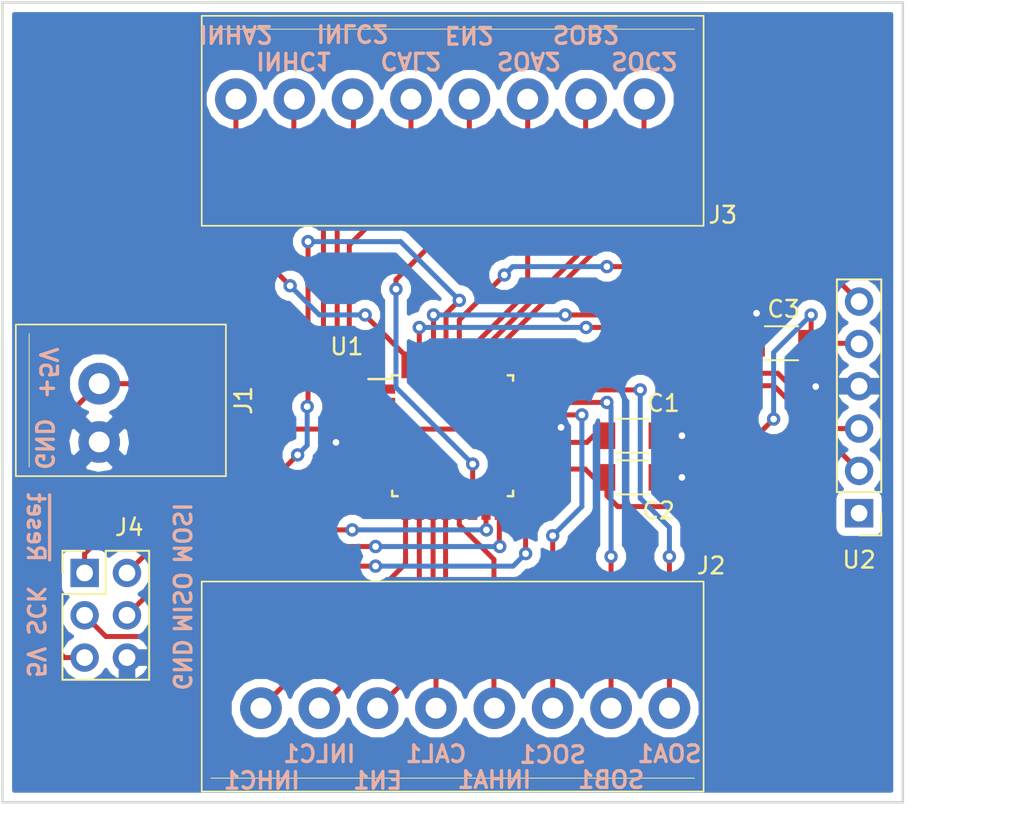
<source format=kicad_pcb>
(kicad_pcb (version 20171130) (host pcbnew "(5.0.1)-3")

  (general
    (thickness 1.6)
    (drawings 35)
    (tracks 190)
    (zones 0)
    (modules 9)
    (nets 32)
  )

  (page A4)
  (layers
    (0 F.Cu signal)
    (31 B.Cu signal hide)
    (32 B.Adhes user)
    (33 F.Adhes user)
    (34 B.Paste user)
    (35 F.Paste user)
    (36 B.SilkS user)
    (37 F.SilkS user)
    (38 B.Mask user)
    (39 F.Mask user)
    (40 Dwgs.User user)
    (41 Cmts.User user)
    (42 Eco1.User user)
    (43 Eco2.User user)
    (44 Edge.Cuts user)
    (45 Margin user)
    (46 B.CrtYd user)
    (47 F.CrtYd user)
    (48 B.Fab user hide)
    (49 F.Fab user hide)
  )

  (setup
    (last_trace_width 0.25)
    (user_trace_width 0.2)
    (user_trace_width 0.25)
    (user_trace_width 0.3)
    (user_trace_width 0.4)
    (user_trace_width 0.5)
    (trace_clearance 0.2)
    (zone_clearance 0.5)
    (zone_45_only no)
    (trace_min 0.2)
    (segment_width 0.2)
    (edge_width 0.15)
    (via_size 0.8)
    (via_drill 0.4)
    (via_min_size 0.4)
    (via_min_drill 0.3)
    (uvia_size 0.3)
    (uvia_drill 0.1)
    (uvias_allowed no)
    (uvia_min_size 0.2)
    (uvia_min_drill 0.1)
    (pcb_text_width 0.3)
    (pcb_text_size 1.5 1.5)
    (mod_edge_width 0.15)
    (mod_text_size 1 1)
    (mod_text_width 0.15)
    (pad_size 1.524 1.524)
    (pad_drill 0.762)
    (pad_to_mask_clearance 0.051)
    (solder_mask_min_width 0.25)
    (aux_axis_origin 0 0)
    (visible_elements 7FFDFFFF)
    (pcbplotparams
      (layerselection 0x010fc_ffffffff)
      (usegerberextensions true)
      (usegerberattributes false)
      (usegerberadvancedattributes false)
      (creategerberjobfile false)
      (excludeedgelayer true)
      (linewidth 0.100000)
      (plotframeref false)
      (viasonmask false)
      (mode 1)
      (useauxorigin false)
      (hpglpennumber 1)
      (hpglpenspeed 20)
      (hpglpendiameter 15.000000)
      (psnegative false)
      (psa4output false)
      (plotreference true)
      (plotvalue false)
      (plotinvisibletext false)
      (padsonsilk false)
      (subtractmaskfromsilk false)
      (outputformat 1)
      (mirror false)
      (drillshape 0)
      (scaleselection 1)
      (outputdirectory "GCEW Motor Controller MCU Gerbers/"))
  )

  (net 0 "")
  (net 1 INHA1)
  (net 2 INHC1)
  (net 3 INLC1)
  (net 4 CAL1)
  (net 5 SOC1)
  (net 6 SOB1)
  (net 7 SOA1)
  (net 8 ENABLE1)
  (net 9 ENABLE2)
  (net 10 SOA2)
  (net 11 SOB2)
  (net 12 SOC2)
  (net 13 CAL2)
  (net 14 INLC2)
  (net 15 INHC2)
  (net 16 INHA2)
  (net 17 GND)
  (net 18 +5V)
  (net 19 ~RESET)
  (net 20 SCK)
  (net 21 MISO)
  (net 22 MOSI)
  (net 23 "Net-(U2-Pad1)")
  (net 24 HC-05_RX)
  (net 25 HC-05_TX)
  (net 26 PC5)
  (net 27 "Net-(C1-Pad1)")
  (net 28 "Net-(U1-Pad19)")
  (net 29 "Net-(U1-Pad6)")
  (net 30 "Net-(U1-Pad8)")
  (net 31 "Net-(U1-Pad7)")

  (net_class Default "This is the default net class."
    (clearance 0.2)
    (trace_width 0.25)
    (via_dia 0.8)
    (via_drill 0.4)
    (uvia_dia 0.3)
    (uvia_drill 0.1)
    (add_net +5V)
    (add_net CAL1)
    (add_net CAL2)
    (add_net ENABLE1)
    (add_net ENABLE2)
    (add_net GND)
    (add_net HC-05_RX)
    (add_net HC-05_TX)
    (add_net INHA1)
    (add_net INHA2)
    (add_net INHC1)
    (add_net INHC2)
    (add_net INLC1)
    (add_net INLC2)
    (add_net MISO)
    (add_net MOSI)
    (add_net "Net-(C1-Pad1)")
    (add_net "Net-(U1-Pad19)")
    (add_net "Net-(U1-Pad6)")
    (add_net "Net-(U1-Pad7)")
    (add_net "Net-(U1-Pad8)")
    (add_net "Net-(U2-Pad1)")
    (add_net PC5)
    (add_net SCK)
    (add_net SOA1)
    (add_net SOA2)
    (add_net SOB1)
    (add_net SOB2)
    (add_net SOC1)
    (add_net SOC2)
    (add_net ~RESET)
  )

  (module Capacitors_SMD:C_1206 (layer F.Cu) (tedit 58AA84B8) (tstamp 5BDA115D)
    (at 176.25 93)
    (descr "Capacitor SMD 1206, reflow soldering, AVX (see smccp.pdf)")
    (tags "capacitor 1206")
    (path /5BD8CA9F)
    (attr smd)
    (fp_text reference C1 (at 1.9 -1.95) (layer F.SilkS)
      (effects (font (size 1 1) (thickness 0.15)))
    )
    (fp_text value 0.1uF (at 0 2) (layer F.Fab)
      (effects (font (size 1 1) (thickness 0.15)))
    )
    (fp_line (start 2.25 1.05) (end -2.25 1.05) (layer F.CrtYd) (width 0.05))
    (fp_line (start 2.25 1.05) (end 2.25 -1.05) (layer F.CrtYd) (width 0.05))
    (fp_line (start -2.25 -1.05) (end -2.25 1.05) (layer F.CrtYd) (width 0.05))
    (fp_line (start -2.25 -1.05) (end 2.25 -1.05) (layer F.CrtYd) (width 0.05))
    (fp_line (start -1 1.02) (end 1 1.02) (layer F.SilkS) (width 0.12))
    (fp_line (start 1 -1.02) (end -1 -1.02) (layer F.SilkS) (width 0.12))
    (fp_line (start -1.6 -0.8) (end 1.6 -0.8) (layer F.Fab) (width 0.1))
    (fp_line (start 1.6 -0.8) (end 1.6 0.8) (layer F.Fab) (width 0.1))
    (fp_line (start 1.6 0.8) (end -1.6 0.8) (layer F.Fab) (width 0.1))
    (fp_line (start -1.6 0.8) (end -1.6 -0.8) (layer F.Fab) (width 0.1))
    (fp_text user %R (at 0 -1.75) (layer F.Fab)
      (effects (font (size 1 1) (thickness 0.15)))
    )
    (pad 2 smd rect (at 1.5 0) (size 1 1.6) (layers F.Cu F.Paste F.Mask)
      (net 17 GND))
    (pad 1 smd rect (at -1.5 0) (size 1 1.6) (layers F.Cu F.Paste F.Mask)
      (net 27 "Net-(C1-Pad1)"))
    (model Capacitors_SMD.3dshapes/C_1206.wrl
      (at (xyz 0 0 0))
      (scale (xyz 1 1 1))
      (rotate (xyz 0 0 0))
    )
  )

  (module Pin_Headers:Pin_Header_Straight_2x03_Pitch2.54mm (layer F.Cu) (tedit 59650532) (tstamp 5BDBDB48)
    (at 143.425 101.235)
    (descr "Through hole straight pin header, 2x03, 2.54mm pitch, double rows")
    (tags "Through hole pin header THT 2x03 2.54mm double row")
    (path /5BD8E0CC)
    (fp_text reference J4 (at 2.675 -2.735) (layer F.SilkS)
      (effects (font (size 1 1) (thickness 0.15)))
    )
    (fp_text value Programmer (at 1.27 7.41) (layer F.Fab)
      (effects (font (size 1 1) (thickness 0.15)))
    )
    (fp_text user %R (at 1.27 2.54 90) (layer F.Fab)
      (effects (font (size 1 1) (thickness 0.15)))
    )
    (fp_line (start 4.35 -1.8) (end -1.8 -1.8) (layer F.CrtYd) (width 0.05))
    (fp_line (start 4.35 6.85) (end 4.35 -1.8) (layer F.CrtYd) (width 0.05))
    (fp_line (start -1.8 6.85) (end 4.35 6.85) (layer F.CrtYd) (width 0.05))
    (fp_line (start -1.8 -1.8) (end -1.8 6.85) (layer F.CrtYd) (width 0.05))
    (fp_line (start -1.33 -1.33) (end 0 -1.33) (layer F.SilkS) (width 0.12))
    (fp_line (start -1.33 0) (end -1.33 -1.33) (layer F.SilkS) (width 0.12))
    (fp_line (start 1.27 -1.33) (end 3.87 -1.33) (layer F.SilkS) (width 0.12))
    (fp_line (start 1.27 1.27) (end 1.27 -1.33) (layer F.SilkS) (width 0.12))
    (fp_line (start -1.33 1.27) (end 1.27 1.27) (layer F.SilkS) (width 0.12))
    (fp_line (start 3.87 -1.33) (end 3.87 6.41) (layer F.SilkS) (width 0.12))
    (fp_line (start -1.33 1.27) (end -1.33 6.41) (layer F.SilkS) (width 0.12))
    (fp_line (start -1.33 6.41) (end 3.87 6.41) (layer F.SilkS) (width 0.12))
    (fp_line (start -1.27 0) (end 0 -1.27) (layer F.Fab) (width 0.1))
    (fp_line (start -1.27 6.35) (end -1.27 0) (layer F.Fab) (width 0.1))
    (fp_line (start 3.81 6.35) (end -1.27 6.35) (layer F.Fab) (width 0.1))
    (fp_line (start 3.81 -1.27) (end 3.81 6.35) (layer F.Fab) (width 0.1))
    (fp_line (start 0 -1.27) (end 3.81 -1.27) (layer F.Fab) (width 0.1))
    (pad 6 thru_hole oval (at 2.54 5.08) (size 1.7 1.7) (drill 1) (layers *.Cu *.Mask)
      (net 17 GND))
    (pad 5 thru_hole oval (at 0 5.08) (size 1.7 1.7) (drill 1) (layers *.Cu *.Mask)
      (net 18 +5V))
    (pad 4 thru_hole oval (at 2.54 2.54) (size 1.7 1.7) (drill 1) (layers *.Cu *.Mask)
      (net 21 MISO))
    (pad 3 thru_hole oval (at 0 2.54) (size 1.7 1.7) (drill 1) (layers *.Cu *.Mask)
      (net 20 SCK))
    (pad 2 thru_hole oval (at 2.54 0) (size 1.7 1.7) (drill 1) (layers *.Cu *.Mask)
      (net 22 MOSI))
    (pad 1 thru_hole rect (at 0 0) (size 1.7 1.7) (drill 1) (layers *.Cu *.Mask)
      (net 19 ~RESET))
    (model ${KISYS3DMOD}/Pin_Headers.3dshapes/Pin_Header_Straight_2x03_Pitch2.54mm.wrl
      (at (xyz 0 0 0))
      (scale (xyz 1 1 1))
      (rotate (xyz 0 0 0))
    )
  )

  (module Pin_Headers:Pin_Header_Straight_1x06_Pitch2.54mm (layer F.Cu) (tedit 59650532) (tstamp 5BD87CDC)
    (at 189.875 97.65 180)
    (descr "Through hole straight pin header, 1x06, 2.54mm pitch, single row")
    (tags "Through hole pin header THT 1x06 2.54mm single row")
    (path /5BD8C46F)
    (fp_text reference U2 (at 0 -2.8 180) (layer F.SilkS)
      (effects (font (size 1 1) (thickness 0.15)))
    )
    (fp_text value HC-05_BluetoothModule (at 0 15.03 180) (layer F.Fab)
      (effects (font (size 1 1) (thickness 0.15)))
    )
    (fp_line (start -0.635 -1.27) (end 1.27 -1.27) (layer F.Fab) (width 0.1))
    (fp_line (start 1.27 -1.27) (end 1.27 13.97) (layer F.Fab) (width 0.1))
    (fp_line (start 1.27 13.97) (end -1.27 13.97) (layer F.Fab) (width 0.1))
    (fp_line (start -1.27 13.97) (end -1.27 -0.635) (layer F.Fab) (width 0.1))
    (fp_line (start -1.27 -0.635) (end -0.635 -1.27) (layer F.Fab) (width 0.1))
    (fp_line (start -1.33 14.03) (end 1.33 14.03) (layer F.SilkS) (width 0.12))
    (fp_line (start -1.33 1.27) (end -1.33 14.03) (layer F.SilkS) (width 0.12))
    (fp_line (start 1.33 1.27) (end 1.33 14.03) (layer F.SilkS) (width 0.12))
    (fp_line (start -1.33 1.27) (end 1.33 1.27) (layer F.SilkS) (width 0.12))
    (fp_line (start -1.33 0) (end -1.33 -1.33) (layer F.SilkS) (width 0.12))
    (fp_line (start -1.33 -1.33) (end 0 -1.33) (layer F.SilkS) (width 0.12))
    (fp_line (start -1.8 -1.8) (end -1.8 14.5) (layer F.CrtYd) (width 0.05))
    (fp_line (start -1.8 14.5) (end 1.8 14.5) (layer F.CrtYd) (width 0.05))
    (fp_line (start 1.8 14.5) (end 1.8 -1.8) (layer F.CrtYd) (width 0.05))
    (fp_line (start 1.8 -1.8) (end -1.8 -1.8) (layer F.CrtYd) (width 0.05))
    (fp_text user %R (at 0 6.35 270) (layer F.Fab)
      (effects (font (size 1 1) (thickness 0.15)))
    )
    (pad 1 thru_hole rect (at 0 0 180) (size 1.7 1.7) (drill 1) (layers *.Cu *.Mask)
      (net 23 "Net-(U2-Pad1)"))
    (pad 2 thru_hole oval (at 0 2.54 180) (size 1.7 1.7) (drill 1) (layers *.Cu *.Mask)
      (net 24 HC-05_RX))
    (pad 3 thru_hole oval (at 0 5.08 180) (size 1.7 1.7) (drill 1) (layers *.Cu *.Mask)
      (net 25 HC-05_TX))
    (pad 4 thru_hole oval (at 0 7.62 180) (size 1.7 1.7) (drill 1) (layers *.Cu *.Mask)
      (net 17 GND))
    (pad 5 thru_hole oval (at 0 10.16 180) (size 1.7 1.7) (drill 1) (layers *.Cu *.Mask)
      (net 18 +5V))
    (pad 6 thru_hole oval (at 0 12.7 180) (size 1.7 1.7) (drill 1) (layers *.Cu *.Mask)
      (net 26 PC5))
    (model ${KISYS3DMOD}/Pin_Headers.3dshapes/Pin_Header_Straight_1x06_Pitch2.54mm.wrl
      (at (xyz 0 0 0))
      (scale (xyz 1 1 1))
      (rotate (xyz 0 0 0))
    )
  )

  (module Capacitors_SMD:C_1206 (layer F.Cu) (tedit 58AA84B8) (tstamp 5BDBDDC3)
    (at 185.225 87.45 180)
    (descr "Capacitor SMD 1206, reflow soldering, AVX (see smccp.pdf)")
    (tags "capacitor 1206")
    (path /5BD8C64F)
    (attr smd)
    (fp_text reference C3 (at -0.125 2.05 180) (layer F.SilkS)
      (effects (font (size 1 1) (thickness 0.15)))
    )
    (fp_text value 0.1uF (at 0 2 180) (layer F.Fab)
      (effects (font (size 1 1) (thickness 0.15)))
    )
    (fp_line (start 2.25 1.05) (end -2.25 1.05) (layer F.CrtYd) (width 0.05))
    (fp_line (start 2.25 1.05) (end 2.25 -1.05) (layer F.CrtYd) (width 0.05))
    (fp_line (start -2.25 -1.05) (end -2.25 1.05) (layer F.CrtYd) (width 0.05))
    (fp_line (start -2.25 -1.05) (end 2.25 -1.05) (layer F.CrtYd) (width 0.05))
    (fp_line (start -1 1.02) (end 1 1.02) (layer F.SilkS) (width 0.12))
    (fp_line (start 1 -1.02) (end -1 -1.02) (layer F.SilkS) (width 0.12))
    (fp_line (start -1.6 -0.8) (end 1.6 -0.8) (layer F.Fab) (width 0.1))
    (fp_line (start 1.6 -0.8) (end 1.6 0.8) (layer F.Fab) (width 0.1))
    (fp_line (start 1.6 0.8) (end -1.6 0.8) (layer F.Fab) (width 0.1))
    (fp_line (start -1.6 0.8) (end -1.6 -0.8) (layer F.Fab) (width 0.1))
    (fp_text user %R (at 0 -1.75 180) (layer F.Fab)
      (effects (font (size 1 1) (thickness 0.15)))
    )
    (pad 2 smd rect (at 1.5 0 180) (size 1 1.6) (layers F.Cu F.Paste F.Mask)
      (net 17 GND))
    (pad 1 smd rect (at -1.5 0 180) (size 1 1.6) (layers F.Cu F.Paste F.Mask)
      (net 18 +5V))
    (model Capacitors_SMD.3dshapes/C_1206.wrl
      (at (xyz 0 0 0))
      (scale (xyz 1 1 1))
      (rotate (xyz 0 0 0))
    )
  )

  (module Capacitors_SMD:C_1206 (layer F.Cu) (tedit 58AA84B8) (tstamp 5BDA116E)
    (at 176.25 95.5 180)
    (descr "Capacitor SMD 1206, reflow soldering, AVX (see smccp.pdf)")
    (tags "capacitor 1206")
    (path /5BD8C8F6)
    (attr smd)
    (fp_text reference C2 (at -1.6 -2 180) (layer F.SilkS)
      (effects (font (size 1 1) (thickness 0.15)))
    )
    (fp_text value 0.1uF (at 0 2 180) (layer F.Fab)
      (effects (font (size 1 1) (thickness 0.15)))
    )
    (fp_text user %R (at 0 -1.75 180) (layer F.Fab)
      (effects (font (size 1 1) (thickness 0.15)))
    )
    (fp_line (start -1.6 0.8) (end -1.6 -0.8) (layer F.Fab) (width 0.1))
    (fp_line (start 1.6 0.8) (end -1.6 0.8) (layer F.Fab) (width 0.1))
    (fp_line (start 1.6 -0.8) (end 1.6 0.8) (layer F.Fab) (width 0.1))
    (fp_line (start -1.6 -0.8) (end 1.6 -0.8) (layer F.Fab) (width 0.1))
    (fp_line (start 1 -1.02) (end -1 -1.02) (layer F.SilkS) (width 0.12))
    (fp_line (start -1 1.02) (end 1 1.02) (layer F.SilkS) (width 0.12))
    (fp_line (start -2.25 -1.05) (end 2.25 -1.05) (layer F.CrtYd) (width 0.05))
    (fp_line (start -2.25 -1.05) (end -2.25 1.05) (layer F.CrtYd) (width 0.05))
    (fp_line (start 2.25 1.05) (end 2.25 -1.05) (layer F.CrtYd) (width 0.05))
    (fp_line (start 2.25 1.05) (end -2.25 1.05) (layer F.CrtYd) (width 0.05))
    (pad 1 smd rect (at -1.5 0 180) (size 1 1.6) (layers F.Cu F.Paste F.Mask)
      (net 17 GND))
    (pad 2 smd rect (at 1.5 0 180) (size 1 1.6) (layers F.Cu F.Paste F.Mask)
      (net 18 +5V))
    (model Capacitors_SMD.3dshapes/C_1206.wrl
      (at (xyz 0 0 0))
      (scale (xyz 1 1 1))
      (rotate (xyz 0 0 0))
    )
  )

  (module Housings_QFP:TQFP-32_7x7mm_Pitch0.8mm (layer F.Cu) (tedit 58CC9A48) (tstamp 5BDA114C)
    (at 165.5 93)
    (descr "32-Lead Plastic Thin Quad Flatpack (PT) - 7x7x1.0 mm Body, 2.00 mm [TQFP] (see Microchip Packaging Specification 00000049BS.pdf)")
    (tags "QFP 0.8")
    (path /5BD8C7F2)
    (attr smd)
    (fp_text reference U1 (at -6.35 -5.35) (layer F.SilkS)
      (effects (font (size 1 1) (thickness 0.15)))
    )
    (fp_text value ATmega328PB-AU (at 0 6.05) (layer F.Fab)
      (effects (font (size 1 1) (thickness 0.15)))
    )
    (fp_line (start -3.625 -3.4) (end -5.05 -3.4) (layer F.SilkS) (width 0.15))
    (fp_line (start 3.625 -3.625) (end 3.3 -3.625) (layer F.SilkS) (width 0.15))
    (fp_line (start 3.625 3.625) (end 3.3 3.625) (layer F.SilkS) (width 0.15))
    (fp_line (start -3.625 3.625) (end -3.3 3.625) (layer F.SilkS) (width 0.15))
    (fp_line (start -3.625 -3.625) (end -3.3 -3.625) (layer F.SilkS) (width 0.15))
    (fp_line (start -3.625 3.625) (end -3.625 3.3) (layer F.SilkS) (width 0.15))
    (fp_line (start 3.625 3.625) (end 3.625 3.3) (layer F.SilkS) (width 0.15))
    (fp_line (start 3.625 -3.625) (end 3.625 -3.3) (layer F.SilkS) (width 0.15))
    (fp_line (start -3.625 -3.625) (end -3.625 -3.4) (layer F.SilkS) (width 0.15))
    (fp_line (start -5.3 5.3) (end 5.3 5.3) (layer F.CrtYd) (width 0.05))
    (fp_line (start -5.3 -5.3) (end 5.3 -5.3) (layer F.CrtYd) (width 0.05))
    (fp_line (start 5.3 -5.3) (end 5.3 5.3) (layer F.CrtYd) (width 0.05))
    (fp_line (start -5.3 -5.3) (end -5.3 5.3) (layer F.CrtYd) (width 0.05))
    (fp_line (start -3.5 -2.5) (end -2.5 -3.5) (layer F.Fab) (width 0.15))
    (fp_line (start -3.5 3.5) (end -3.5 -2.5) (layer F.Fab) (width 0.15))
    (fp_line (start 3.5 3.5) (end -3.5 3.5) (layer F.Fab) (width 0.15))
    (fp_line (start 3.5 -3.5) (end 3.5 3.5) (layer F.Fab) (width 0.15))
    (fp_line (start -2.5 -3.5) (end 3.5 -3.5) (layer F.Fab) (width 0.15))
    (fp_text user %R (at 0 0) (layer F.Fab)
      (effects (font (size 1 1) (thickness 0.15)))
    )
    (pad 32 smd rect (at -2.8 -4.25 90) (size 1.6 0.55) (layers F.Cu F.Paste F.Mask)
      (net 16 INHA2))
    (pad 31 smd rect (at -2 -4.25 90) (size 1.6 0.55) (layers F.Cu F.Paste F.Mask)
      (net 24 HC-05_RX))
    (pad 30 smd rect (at -1.2 -4.25 90) (size 1.6 0.55) (layers F.Cu F.Paste F.Mask)
      (net 25 HC-05_TX))
    (pad 29 smd rect (at -0.4 -4.25 90) (size 1.6 0.55) (layers F.Cu F.Paste F.Mask)
      (net 19 ~RESET))
    (pad 28 smd rect (at 0.4 -4.25 90) (size 1.6 0.55) (layers F.Cu F.Paste F.Mask)
      (net 26 PC5))
    (pad 27 smd rect (at 1.2 -4.25 90) (size 1.6 0.55) (layers F.Cu F.Paste F.Mask)
      (net 10 SOA2))
    (pad 26 smd rect (at 2 -4.25 90) (size 1.6 0.55) (layers F.Cu F.Paste F.Mask)
      (net 11 SOB2))
    (pad 25 smd rect (at 2.8 -4.25 90) (size 1.6 0.55) (layers F.Cu F.Paste F.Mask)
      (net 12 SOC2))
    (pad 24 smd rect (at 4.25 -2.8) (size 1.6 0.55) (layers F.Cu F.Paste F.Mask)
      (net 7 SOA1))
    (pad 23 smd rect (at 4.25 -2) (size 1.6 0.55) (layers F.Cu F.Paste F.Mask)
      (net 6 SOB1))
    (pad 22 smd rect (at 4.25 -1.2) (size 1.6 0.55) (layers F.Cu F.Paste F.Mask)
      (net 5 SOC1))
    (pad 21 smd rect (at 4.25 -0.4) (size 1.6 0.55) (layers F.Cu F.Paste F.Mask)
      (net 17 GND))
    (pad 20 smd rect (at 4.25 0.4) (size 1.6 0.55) (layers F.Cu F.Paste F.Mask)
      (net 27 "Net-(C1-Pad1)"))
    (pad 19 smd rect (at 4.25 1.2) (size 1.6 0.55) (layers F.Cu F.Paste F.Mask)
      (net 28 "Net-(U1-Pad19)"))
    (pad 18 smd rect (at 4.25 2) (size 1.6 0.55) (layers F.Cu F.Paste F.Mask)
      (net 18 +5V))
    (pad 17 smd rect (at 4.25 2.8) (size 1.6 0.55) (layers F.Cu F.Paste F.Mask)
      (net 20 SCK))
    (pad 16 smd rect (at 2.8 4.25 90) (size 1.6 0.55) (layers F.Cu F.Paste F.Mask)
      (net 21 MISO))
    (pad 15 smd rect (at 2 4.25 90) (size 1.6 0.55) (layers F.Cu F.Paste F.Mask)
      (net 22 MOSI))
    (pad 14 smd rect (at 1.2 4.25 90) (size 1.6 0.55) (layers F.Cu F.Paste F.Mask)
      (net 9 ENABLE2))
    (pad 13 smd rect (at 0.4 4.25 90) (size 1.6 0.55) (layers F.Cu F.Paste F.Mask)
      (net 1 INHA1))
    (pad 12 smd rect (at -0.4 4.25 90) (size 1.6 0.55) (layers F.Cu F.Paste F.Mask)
      (net 4 CAL1))
    (pad 11 smd rect (at -1.2 4.25 90) (size 1.6 0.55) (layers F.Cu F.Paste F.Mask)
      (net 8 ENABLE1))
    (pad 10 smd rect (at -2 4.25 90) (size 1.6 0.55) (layers F.Cu F.Paste F.Mask)
      (net 3 INLC1))
    (pad 9 smd rect (at -2.8 4.25 90) (size 1.6 0.55) (layers F.Cu F.Paste F.Mask)
      (net 2 INHC1))
    (pad 8 smd rect (at -4.25 2.8) (size 1.6 0.55) (layers F.Cu F.Paste F.Mask)
      (net 30 "Net-(U1-Pad8)"))
    (pad 7 smd rect (at -4.25 2) (size 1.6 0.55) (layers F.Cu F.Paste F.Mask)
      (net 31 "Net-(U1-Pad7)"))
    (pad 6 smd rect (at -4.25 1.2) (size 1.6 0.55) (layers F.Cu F.Paste F.Mask)
      (net 29 "Net-(U1-Pad6)"))
    (pad 5 smd rect (at -4.25 0.4) (size 1.6 0.55) (layers F.Cu F.Paste F.Mask)
      (net 17 GND))
    (pad 4 smd rect (at -4.25 -0.4) (size 1.6 0.55) (layers F.Cu F.Paste F.Mask)
      (net 18 +5V))
    (pad 3 smd rect (at -4.25 -1.2) (size 1.6 0.55) (layers F.Cu F.Paste F.Mask)
      (net 15 INHC2))
    (pad 2 smd rect (at -4.25 -2) (size 1.6 0.55) (layers F.Cu F.Paste F.Mask)
      (net 14 INLC2))
    (pad 1 smd rect (at -4.25 -2.8) (size 1.6 0.55) (layers F.Cu F.Paste F.Mask)
      (net 13 CAL2))
    (model ${KISYS3DMOD}/Housings_QFP.3dshapes/TQFP-32_7x7mm_Pitch0.8mm.wrl
      (at (xyz 0 0 0))
      (scale (xyz 1 1 1))
      (rotate (xyz 0 0 0))
    )
  )

  (module myLib:PhoenixContact_1984963_2-Pin-Connector_8A_P3.5mm (layer F.Cu) (tedit 5BD13F6E) (tstamp 5BDA1047)
    (at 145.6 90.875 270)
    (path /5BD928C9)
    (fp_text reference J1 (at 0 -7.35 270) (layer F.SilkS)
      (effects (font (size 1 1) (thickness 0.15)))
    )
    (fp_text value "POWER IN" (at 0 -10 270) (layer F.Fab)
      (effects (font (size 1 1) (thickness 0.15)))
    )
    (fp_line (start 4.25 0) (end 4.25 -6) (layer F.Fab) (width 0.1))
    (fp_line (start 4.25 -6) (end 0 -6) (layer F.Fab) (width 0.1))
    (fp_line (start 0 -6) (end -4.25 -6) (layer F.Fab) (width 0.1))
    (fp_line (start -4.25 -6) (end -4.25 0) (layer F.Fab) (width 0.1))
    (fp_line (start -4.25 0) (end -4.25 6) (layer F.Fab) (width 0.1))
    (fp_line (start -4.25 6) (end 4.25 6) (layer F.Fab) (width 0.1))
    (fp_line (start 4.25 6) (end 4.25 0) (layer F.Fab) (width 0.1))
    (fp_line (start 4.55 -6.3) (end -4.55 -6.3) (layer F.SilkS) (width 0.1))
    (fp_line (start -4.55 -6.3) (end -4.55 6.3) (layer F.SilkS) (width 0.1))
    (fp_line (start -4.55 6.3) (end 4.55 6.3) (layer F.SilkS) (width 0.1))
    (fp_line (start 4.55 6.3) (end 4.55 -6.3) (layer F.SilkS) (width 0.1))
    (fp_line (start 4.5 -6.25) (end -4.5 -6.25) (layer F.CrtYd) (width 0.05))
    (fp_line (start -4.5 -6.25) (end -4.5 6.25) (layer F.CrtYd) (width 0.05))
    (fp_line (start -4.5 6.25) (end 4.5 6.25) (layer F.CrtYd) (width 0.05))
    (fp_line (start 4.5 6.25) (end 4.5 -6.25) (layer F.CrtYd) (width 0.05))
    (fp_text user %R (at 0 -1 270) (layer F.Fab)
      (effects (font (size 1 1) (thickness 0.15)))
    )
    (fp_line (start 4 5.5) (end -4 5.5) (layer F.SilkS) (width 0.05))
    (pad 2 thru_hole circle (at 2.5 1.3 270) (size 2.5 2.5) (drill 1.25) (layers *.Cu *.Mask)
      (net 17 GND))
    (pad 1 thru_hole circle (at -1 1.3 270) (size 2.5 2.5) (drill 1.25) (layers *.Cu *.Mask)
      (net 18 +5V))
    (model ${KISYS3DMOD}/Terminal_Blocks.3dshapes/TerminalBlock_Pheonix_PT-3.5mm_2pol.wrl
      (offset (xyz -1 -1.25 0))
      (scale (xyz 1 1 1))
      (rotate (xyz 0 0 0))
    )
  )

  (module myLib:PhoenixContact_1985027_8-Pin-Connector_8A_P3.5mm (layer F.Cu) (tedit 5BD13F0E) (tstamp 5BDB058C)
    (at 165.5 74.1 180)
    (path /5BD8C31D)
    (fp_text reference J3 (at -16.2 -5.65 180) (layer F.SilkS)
      (effects (font (size 1 1) (thickness 0.15)))
    )
    (fp_text value MC1 (at 0 -11 180) (layer F.Fab)
      (effects (font (size 1 1) (thickness 0.15)))
    )
    (fp_line (start 14.5 5.5) (end -14.5 5.5) (layer F.SilkS) (width 0.05))
    (fp_line (start 15 6.25) (end 15 -6.25) (layer F.CrtYd) (width 0.05))
    (fp_line (start -15 6.25) (end 15 6.25) (layer F.CrtYd) (width 0.05))
    (fp_line (start -15 -6.25) (end -15 6.25) (layer F.CrtYd) (width 0.05))
    (fp_line (start 15 -6.25) (end -15 -6.25) (layer F.CrtYd) (width 0.05))
    (fp_text user %R (at 0 -1.5 180) (layer F.Fab)
      (effects (font (size 1 1) (thickness 0.15)))
    )
    (fp_line (start 15.05 6.3) (end 15.05 -6.3) (layer F.SilkS) (width 0.1))
    (fp_line (start -15.05 6.3) (end 15.05 6.3) (layer F.SilkS) (width 0.1))
    (fp_line (start -15.05 -6.3) (end -15.05 6.3) (layer F.SilkS) (width 0.1))
    (fp_line (start 15.05 -6.3) (end -15.05 -6.3) (layer F.SilkS) (width 0.1))
    (fp_line (start 14.75 6) (end 14.75 0) (layer F.Fab) (width 0.1))
    (fp_line (start -14.75 6) (end 14.75 6) (layer F.Fab) (width 0.1))
    (fp_line (start -14.75 -6) (end -14.75 6) (layer F.Fab) (width 0.1))
    (fp_line (start 14.75 -6) (end -14.75 -6) (layer F.Fab) (width 0.1))
    (fp_line (start 14.75 0) (end 14.75 -6) (layer F.Fab) (width 0.1))
    (pad 1 thru_hole circle (at -11.5 1.3 180) (size 2.5 2.5) (drill 1.25) (layers *.Cu *.Mask)
      (net 12 SOC2))
    (pad 2 thru_hole circle (at -8 1.3 180) (size 2.5 2.5) (drill 1.25) (layers *.Cu *.Mask)
      (net 11 SOB2))
    (pad 3 thru_hole circle (at -4.5 1.3 180) (size 2.5 2.5) (drill 1.25) (layers *.Cu *.Mask)
      (net 10 SOA2))
    (pad 4 thru_hole circle (at -1 1.3 180) (size 2.5 2.5) (drill 1.25) (layers *.Cu *.Mask)
      (net 9 ENABLE2))
    (pad 5 thru_hole circle (at 2.5 1.3 180) (size 2.5 2.5) (drill 1.25) (layers *.Cu *.Mask)
      (net 13 CAL2))
    (pad 6 thru_hole circle (at 6 1.3 180) (size 2.5 2.5) (drill 1.25) (layers *.Cu *.Mask)
      (net 14 INLC2))
    (pad 7 thru_hole circle (at 9.5 1.3 180) (size 2.5 2.5) (drill 1.25) (layers *.Cu *.Mask)
      (net 15 INHC2))
    (pad 8 thru_hole circle (at 13 1.3 180) (size 2.5 2.5) (drill 1.25) (layers *.Cu *.Mask)
      (net 16 INHA2))
    (model ${KISYS3DMOD}/Terminal_Blocks.3dshapes/TerminalBlock_Pheonix_PT-3.5mm_8pol.wrl
      (offset (xyz -11.5 -1.25 0))
      (scale (xyz 1 1 1))
      (rotate (xyz 0 0 0))
    )
  )

  (module myLib:PhoenixContact_1985027_8-Pin-Connector_8A_P3.5mm (layer F.Cu) (tedit 5BD13F0E) (tstamp 5BDA1015)
    (at 165.5 108.05)
    (path /5BD8C2B3)
    (fp_text reference J2 (at 15.5 -7.25) (layer F.SilkS)
      (effects (font (size 1 1) (thickness 0.15)))
    )
    (fp_text value MC2 (at 0 -11) (layer F.Fab)
      (effects (font (size 1 1) (thickness 0.15)))
    )
    (fp_line (start 14.75 0) (end 14.75 -6) (layer F.Fab) (width 0.1))
    (fp_line (start 14.75 -6) (end -14.75 -6) (layer F.Fab) (width 0.1))
    (fp_line (start -14.75 -6) (end -14.75 6) (layer F.Fab) (width 0.1))
    (fp_line (start -14.75 6) (end 14.75 6) (layer F.Fab) (width 0.1))
    (fp_line (start 14.75 6) (end 14.75 0) (layer F.Fab) (width 0.1))
    (fp_line (start 15.05 -6.3) (end -15.05 -6.3) (layer F.SilkS) (width 0.1))
    (fp_line (start -15.05 -6.3) (end -15.05 6.3) (layer F.SilkS) (width 0.1))
    (fp_line (start -15.05 6.3) (end 15.05 6.3) (layer F.SilkS) (width 0.1))
    (fp_line (start 15.05 6.3) (end 15.05 -6.3) (layer F.SilkS) (width 0.1))
    (fp_text user %R (at 0 -1.5) (layer F.Fab)
      (effects (font (size 1 1) (thickness 0.15)))
    )
    (fp_line (start 15 -6.25) (end -15 -6.25) (layer F.CrtYd) (width 0.05))
    (fp_line (start -15 -6.25) (end -15 6.25) (layer F.CrtYd) (width 0.05))
    (fp_line (start -15 6.25) (end 15 6.25) (layer F.CrtYd) (width 0.05))
    (fp_line (start 15 6.25) (end 15 -6.25) (layer F.CrtYd) (width 0.05))
    (fp_line (start 14.5 5.5) (end -14.5 5.5) (layer F.SilkS) (width 0.05))
    (pad 8 thru_hole circle (at 13 1.3) (size 2.5 2.5) (drill 1.25) (layers *.Cu *.Mask)
      (net 7 SOA1))
    (pad 7 thru_hole circle (at 9.5 1.3) (size 2.5 2.5) (drill 1.25) (layers *.Cu *.Mask)
      (net 6 SOB1))
    (pad 6 thru_hole circle (at 6 1.3) (size 2.5 2.5) (drill 1.25) (layers *.Cu *.Mask)
      (net 5 SOC1))
    (pad 5 thru_hole circle (at 2.5 1.3) (size 2.5 2.5) (drill 1.25) (layers *.Cu *.Mask)
      (net 1 INHA1))
    (pad 4 thru_hole circle (at -1 1.3) (size 2.5 2.5) (drill 1.25) (layers *.Cu *.Mask)
      (net 4 CAL1))
    (pad 3 thru_hole circle (at -4.5 1.3) (size 2.5 2.5) (drill 1.25) (layers *.Cu *.Mask)
      (net 8 ENABLE1))
    (pad 2 thru_hole circle (at -8 1.3) (size 2.5 2.5) (drill 1.25) (layers *.Cu *.Mask)
      (net 3 INLC1))
    (pad 1 thru_hole circle (at -11.5 1.3) (size 2.5 2.5) (drill 1.25) (layers *.Cu *.Mask)
      (net 2 INHC1))
    (model ${KISYS3DMOD}/Terminal_Blocks.3dshapes/TerminalBlock_Pheonix_PT-3.5mm_8pol.wrl
      (offset (xyz -11.5 -1.25 0))
      (scale (xyz 1 1 1))
      (rotate (xyz 0 0 0))
    )
  )

  (gr_text GND (at 141 93.5 270) (layer B.SilkS) (tstamp 5BD8A3DD)
    (effects (font (size 1 1) (thickness 0.2)) (justify mirror))
  )
  (gr_text +5V (at 141.25 89.25 270) (layer B.SilkS) (tstamp 5BD8A276)
    (effects (font (size 1 1) (thickness 0.2)) (justify mirror))
  )
  (gr_text INHC1 (at 156 70.5 180) (layer B.SilkS) (tstamp 5BD8A276)
    (effects (font (size 1 1) (thickness 0.2)) (justify mirror))
  )
  (gr_text INLC2 (at 159.5 68.85 180) (layer B.SilkS) (tstamp 5BD8A264)
    (effects (font (size 1 1) (thickness 0.2)) (justify mirror))
  )
  (gr_text EN2 (at 166.5 68.95 180) (layer B.SilkS) (tstamp 5BD8A255)
    (effects (font (size 1 1) (thickness 0.2)) (justify mirror))
  )
  (gr_text CAL2 (at 163 70.5 180) (layer B.SilkS) (tstamp 5BD8A236)
    (effects (font (size 1 1) (thickness 0.2)) (justify mirror))
  )
  (gr_text INHA2 (at 152.5 68.9 180) (layer B.SilkS) (tstamp 5BD8A225)
    (effects (font (size 1 1) (thickness 0.2)) (justify mirror))
  )
  (gr_text SOC2 (at 177 70.5 180) (layer B.SilkS) (tstamp 5BD8A20F)
    (effects (font (size 1 1) (thickness 0.2)) (justify mirror))
  )
  (gr_text SOB2 (at 173.5 68.9 180) (layer B.SilkS) (tstamp 5BD8A1F5)
    (effects (font (size 1 1) (thickness 0.2)) (justify mirror))
  )
  (gr_text SOA2 (at 170.075 70.5 180) (layer B.SilkS) (tstamp 5BD8A170)
    (effects (font (size 1 1) (thickness 0.2)) (justify mirror))
  )
  (gr_text MOSI (at 149.25 98.85 270) (layer B.SilkS) (tstamp 5BD89507)
    (effects (font (size 1 1) (thickness 0.2)) (justify mirror))
  )
  (gr_text MISO (at 149.25 103 270) (layer B.SilkS) (tstamp 5BD8951C)
    (effects (font (size 1 1) (thickness 0.2)) (justify mirror))
  )
  (gr_text ~Reset (at 140.5 98.5 270) (layer B.SilkS) (tstamp 5BD89510)
    (effects (font (size 1 1) (thickness 0.2)) (justify mirror))
  )
  (gr_text SCK (at 140.5 103.5 270) (layer B.SilkS) (tstamp 5BD89507)
    (effects (font (size 1 1) (thickness 0.2)) (justify mirror))
  )
  (gr_text 5V (at 140.5 106.6 270) (layer B.SilkS) (tstamp 5BD89412)
    (effects (font (size 1 1) (thickness 0.2)) (justify mirror))
  )
  (gr_text GND (at 149.25 106.75 270) (layer B.SilkS) (tstamp 5BD89406)
    (effects (font (size 1 1) (thickness 0.2)) (justify mirror))
  )
  (gr_text INHC1 (at 154.05 113.7) (layer B.SilkS) (tstamp 5BD893AE)
    (effects (font (size 1 1) (thickness 0.2)) (justify mirror))
  )
  (gr_text INLC1 (at 157.5 112.1) (layer B.SilkS) (tstamp 5BD893AE)
    (effects (font (size 1 1) (thickness 0.2)) (justify mirror))
  )
  (gr_text EN1 (at 161 113.7) (layer B.SilkS) (tstamp 5BD893AE)
    (effects (font (size 1 1) (thickness 0.2)) (justify mirror))
  )
  (gr_text CAL1 (at 164.5 112.1) (layer B.SilkS) (tstamp 5BD893AE)
    (effects (font (size 1 1) (thickness 0.2)) (justify mirror))
  )
  (gr_text INHA1 (at 168 113.65) (layer B.SilkS) (tstamp 5BD893E7)
    (effects (font (size 1 1) (thickness 0.2)) (justify mirror))
  )
  (gr_text SOC1 (at 171.5 112.15) (layer B.SilkS) (tstamp 5BD893ED)
    (effects (font (size 1 1) (thickness 0.2)) (justify mirror))
  )
  (gr_text SOB1 (at 175 113.65) (layer B.SilkS) (tstamp 5BD893AE)
    (effects (font (size 1 1) (thickness 0.2)) (justify mirror))
  )
  (gr_text SOA1 (at 178.5 112.1) (layer B.SilkS) (tstamp 5BD893D5)
    (effects (font (size 1 1) (thickness 0.2)) (justify mirror))
  )
  (gr_line (start 139 114.5) (end 192 114.5) (layer Margin) (width 0.2))
  (gr_line (start 139 67.5) (end 139 114.5) (layer Margin) (width 0.2))
  (gr_line (start 192 67.5) (end 139 67.5) (layer Margin) (width 0.2))
  (gr_line (start 192 114.5) (end 192 67.5) (layer Margin) (width 0.2))
  (dimension 48 (width 0.3) (layer Dwgs.User)
    (gr_text "48.000 mm" (at 197.85 91 90) (layer Dwgs.User)
      (effects (font (size 1.5 1.5) (thickness 0.3)))
    )
    (feature1 (pts (xy 192.5 67) (xy 196.336421 67)))
    (feature2 (pts (xy 192.5 115) (xy 196.336421 115)))
    (crossbar (pts (xy 195.75 115) (xy 195.75 67)))
    (arrow1a (pts (xy 195.75 67) (xy 196.336421 68.126504)))
    (arrow1b (pts (xy 195.75 67) (xy 195.163579 68.126504)))
    (arrow2a (pts (xy 195.75 115) (xy 196.336421 113.873496)))
    (arrow2b (pts (xy 195.75 115) (xy 195.163579 113.873496)))
  )
  (dimension 54 (width 0.3) (layer Dwgs.User)
    (gr_text "54.000 mm" (at 165.5 118.1) (layer Dwgs.User)
      (effects (font (size 1.5 1.5) (thickness 0.3)))
    )
    (feature1 (pts (xy 138.5 115) (xy 138.5 116.586421)))
    (feature2 (pts (xy 192.5 115) (xy 192.5 116.586421)))
    (crossbar (pts (xy 192.5 116) (xy 138.5 116)))
    (arrow1a (pts (xy 138.5 116) (xy 139.626504 115.413579)))
    (arrow1b (pts (xy 138.5 116) (xy 139.626504 116.586421)))
    (arrow2a (pts (xy 192.5 116) (xy 191.373496 115.413579)))
    (arrow2b (pts (xy 192.5 116) (xy 191.373496 116.586421)))
  )
  (gr_line (start 192.5 115) (end 192.5 99.5) (layer Edge.Cuts) (width 0.15))
  (gr_line (start 138.5 115) (end 192.5 115) (layer Edge.Cuts) (width 0.15))
  (gr_line (start 138.5 67) (end 138.5 115) (layer Edge.Cuts) (width 0.15))
  (gr_line (start 192.5 67) (end 138.5 67) (layer Edge.Cuts) (width 0.15))
  (gr_line (start 192.5 99.5) (end 192.5 67) (layer Edge.Cuts) (width 0.15))

  (segment (start 165.9 98.35) (end 167.975 100.425) (width 0.3) (layer F.Cu) (net 1))
  (segment (start 165.9 97.25) (end 165.9 98.35) (width 0.3) (layer F.Cu) (net 1))
  (segment (start 167.975 100.425) (end 167.975 109.3) (width 0.3) (layer F.Cu) (net 1))
  (segment (start 154 109.35) (end 162.675 100.675) (width 0.3) (layer F.Cu) (net 2))
  (segment (start 162.675 100.675) (end 162.675 97.2) (width 0.3) (layer F.Cu) (net 2))
  (segment (start 163.5 103.35) (end 163.5 98.35) (width 0.3) (layer F.Cu) (net 3))
  (segment (start 157.5 109.35) (end 163.5 103.35) (width 0.3) (layer F.Cu) (net 3))
  (segment (start 163.5 98.35) (end 163.5 97.25) (width 0.3) (layer F.Cu) (net 3))
  (segment (start 164.5 107.582234) (end 165.075 107.007234) (width 0.3) (layer F.Cu) (net 4))
  (segment (start 164.5 109.35) (end 164.5 107.582234) (width 0.3) (layer F.Cu) (net 4))
  (segment (start 165.075 107.007234) (end 165.075 97.25) (width 0.3) (layer F.Cu) (net 4))
  (via (at 171.5 99) (size 0.8) (drill 0.4) (layers F.Cu B.Cu) (net 5))
  (segment (start 171.5 109.35) (end 171.5 99) (width 0.3) (layer F.Cu) (net 5))
  (via (at 173.25 91.75) (size 0.8) (drill 0.4) (layers F.Cu B.Cu) (net 5))
  (segment (start 171.5 99) (end 173.25 97.25) (width 0.3) (layer B.Cu) (net 5))
  (segment (start 173.25 97.25) (end 173.25 91.75) (width 0.3) (layer B.Cu) (net 5))
  (segment (start 169.8 91.75) (end 169.75 91.8) (width 0.3) (layer F.Cu) (net 5))
  (segment (start 173.25 91.75) (end 169.8 91.75) (width 0.3) (layer F.Cu) (net 5))
  (via (at 175 100.25) (size 0.8) (drill 0.4) (layers F.Cu B.Cu) (net 6))
  (segment (start 175 109.35) (end 175 100.25) (width 0.3) (layer F.Cu) (net 6))
  (via (at 174.75 91) (size 0.8) (drill 0.4) (layers F.Cu B.Cu) (net 6))
  (segment (start 175 100.25) (end 175 91.25) (width 0.3) (layer B.Cu) (net 6))
  (segment (start 175 91.25) (end 174.75 91) (width 0.3) (layer B.Cu) (net 6))
  (segment (start 174.75 91) (end 169.75 91) (width 0.3) (layer F.Cu) (net 6))
  (via (at 178.5 100.25) (size 0.8) (drill 0.4) (layers F.Cu B.Cu) (net 7))
  (segment (start 178.5 109.35) (end 178.5 100.25) (width 0.3) (layer F.Cu) (net 7))
  (segment (start 178.5 100.25) (end 178.5 98.5) (width 0.3) (layer B.Cu) (net 7))
  (via (at 176.75 90.25) (size 0.8) (drill 0.4) (layers F.Cu B.Cu) (net 7))
  (segment (start 178.5 98.5) (end 176.75 96.75) (width 0.3) (layer B.Cu) (net 7))
  (segment (start 176.75 96.75) (end 176.75 90.25) (width 0.3) (layer B.Cu) (net 7) (tstamp 5BD89324))
  (segment (start 169.8 90.25) (end 169.75 90.2) (width 0.3) (layer F.Cu) (net 7))
  (segment (start 176.75 90.25) (end 169.8 90.25) (width 0.3) (layer F.Cu) (net 7))
  (segment (start 161 109.35) (end 164.325 106.025) (width 0.3) (layer F.Cu) (net 8))
  (segment (start 164.325 106.025) (end 164.325 97.2) (width 0.3) (layer F.Cu) (net 8))
  (via (at 166.7 94.7) (size 0.8) (drill 0.4) (layers F.Cu B.Cu) (net 9))
  (segment (start 166.7 97.25) (end 166.7 94.7) (width 0.3) (layer F.Cu) (net 9))
  (via (at 162.1 84.2) (size 0.8) (drill 0.4) (layers F.Cu B.Cu) (net 9))
  (segment (start 166.7 94.7) (end 162.1 90.1) (width 0.3) (layer B.Cu) (net 9))
  (segment (start 162.1 90.1) (end 162.1 84.2) (width 0.3) (layer B.Cu) (net 9))
  (segment (start 166.5 74.567766) (end 166.5 72.8) (width 0.3) (layer F.Cu) (net 9))
  (segment (start 166.5 79.234315) (end 166.5 74.567766) (width 0.3) (layer F.Cu) (net 9))
  (segment (start 162.1 83.634315) (end 166.5 79.234315) (width 0.3) (layer F.Cu) (net 9))
  (segment (start 162.1 84.2) (end 162.1 83.634315) (width 0.3) (layer F.Cu) (net 9))
  (segment (start 166.7 87.65) (end 170 84.35) (width 0.3) (layer F.Cu) (net 10))
  (segment (start 166.7 88.75) (end 166.7 87.65) (width 0.3) (layer F.Cu) (net 10))
  (segment (start 170 84.35) (end 170 72.875) (width 0.3) (layer F.Cu) (net 10))
  (segment (start 167.5 87.65) (end 173.475 81.675) (width 0.3) (layer F.Cu) (net 11))
  (segment (start 167.5 88.75) (end 167.5 87.65) (width 0.3) (layer F.Cu) (net 11))
  (segment (start 173.475 81.675) (end 173.475 73.525) (width 0.3) (layer F.Cu) (net 11))
  (segment (start 168.3 87.65) (end 176.975 78.975) (width 0.3) (layer F.Cu) (net 12))
  (segment (start 168.3 88.75) (end 168.3 87.65) (width 0.3) (layer F.Cu) (net 12))
  (segment (start 176.975 78.975) (end 176.975 72.8) (width 0.3) (layer F.Cu) (net 12))
  (segment (start 160.15 90.2) (end 159.3 89.35) (width 0.3) (layer F.Cu) (net 13))
  (segment (start 161.25 90.2) (end 160.15 90.2) (width 0.3) (layer F.Cu) (net 13))
  (segment (start 159.3 89.35) (end 159.3 81.55) (width 0.3) (layer F.Cu) (net 13))
  (segment (start 159.3 81.55) (end 163 77.85) (width 0.3) (layer F.Cu) (net 13))
  (segment (start 163 77.85) (end 163 72.825) (width 0.3) (layer F.Cu) (net 13))
  (segment (start 163 72.825) (end 163.025 72.8) (width 0.3) (layer F.Cu) (net 13))
  (segment (start 161.25 91) (end 159.875 91) (width 0.3) (layer F.Cu) (net 14))
  (segment (start 159.875 91) (end 158.575 89.7) (width 0.3) (layer F.Cu) (net 14))
  (segment (start 158.575 89.7) (end 158.575 78.85) (width 0.3) (layer F.Cu) (net 14))
  (segment (start 158.575 78.85) (end 159.55 77.875) (width 0.3) (layer F.Cu) (net 14))
  (segment (start 159.55 77.875) (end 159.55 73.45) (width 0.3) (layer F.Cu) (net 14))
  (segment (start 161.25 91.8) (end 159.8 91.8) (width 0.3) (layer F.Cu) (net 15))
  (segment (start 159.8 91.8) (end 157.75 89.75) (width 0.3) (layer F.Cu) (net 15))
  (segment (start 157.75 89.75) (end 157.75 78.175) (width 0.3) (layer F.Cu) (net 15))
  (segment (start 157.75 78.175) (end 155.975 76.4) (width 0.3) (layer F.Cu) (net 15))
  (segment (start 155.975 76.4) (end 155.975 72.925) (width 0.3) (layer F.Cu) (net 15))
  (via (at 160.25 85.75) (size 0.8) (drill 0.4) (layers F.Cu B.Cu) (net 16))
  (segment (start 160.25 85.775) (end 160.25 85.75) (width 0.3) (layer F.Cu) (net 16))
  (segment (start 162.7 88.75) (end 162.7 88.225) (width 0.3) (layer F.Cu) (net 16))
  (segment (start 162.7 88.225) (end 160.25 85.775) (width 0.3) (layer F.Cu) (net 16))
  (via (at 155.75 84) (size 0.8) (drill 0.4) (layers F.Cu B.Cu) (net 16))
  (segment (start 160.25 85.75) (end 157.5 85.75) (width 0.3) (layer B.Cu) (net 16))
  (segment (start 157.5 85.75) (end 155.75 84) (width 0.3) (layer B.Cu) (net 16))
  (segment (start 152.5 80.75) (end 152.5 72.8) (width 0.3) (layer F.Cu) (net 16))
  (segment (start 155.75 84) (end 152.5 80.75) (width 0.3) (layer F.Cu) (net 16))
  (via (at 179.25 95.5) (size 0.8) (drill 0.4) (layers F.Cu B.Cu) (net 17))
  (segment (start 177.75 95.5) (end 179.25 95.5) (width 0.3) (layer F.Cu) (net 17))
  (via (at 183.725 85.65) (size 0.8) (drill 0.4) (layers F.Cu B.Cu) (net 17))
  (segment (start 183.725 87.45) (end 183.725 85.65) (width 0.3) (layer F.Cu) (net 17))
  (via (at 172 92.5) (size 0.8) (drill 0.4) (layers F.Cu B.Cu) (net 17))
  (segment (start 169.75 92.6) (end 171.9 92.6) (width 0.3) (layer F.Cu) (net 17))
  (segment (start 171.9 92.6) (end 172 92.5) (width 0.3) (layer F.Cu) (net 17))
  (via (at 158.5 93.4) (size 0.8) (drill 0.4) (layers F.Cu B.Cu) (net 17))
  (segment (start 161.25 93.4) (end 158.5 93.4) (width 0.3) (layer F.Cu) (net 17))
  (via (at 187.275 90.05) (size 0.8) (drill 0.4) (layers F.Cu B.Cu) (net 17) (tstamp 5BDBDDED))
  (segment (start 189.875 90.03) (end 187.295 90.03) (width 0.3) (layer F.Cu) (net 17) (tstamp 5BDBDDEA))
  (segment (start 187.295 90.03) (end 187.275 90.05) (width 0.3) (layer F.Cu) (net 17) (tstamp 5BDBDDE7))
  (via (at 179.25 93) (size 0.8) (drill 0.4) (layers F.Cu B.Cu) (net 17))
  (segment (start 177.75 93) (end 179.25 93) (width 0.3) (layer F.Cu) (net 17))
  (segment (start 186.725 87.45) (end 189.875 87.45) (width 0.3) (layer F.Cu) (net 18) (tstamp 5BDBDDE4))
  (segment (start 168.65 95) (end 167.675 94.025) (width 0.3) (layer F.Cu) (net 18))
  (segment (start 169.75 95) (end 168.65 95) (width 0.3) (layer F.Cu) (net 18))
  (segment (start 167.675 94.025) (end 166.25 92.6) (width 0.3) (layer F.Cu) (net 18))
  (segment (start 166.25 92.6) (end 161.075 92.6) (width 0.3) (layer F.Cu) (net 18))
  (segment (start 160.15 92.6) (end 161.25 92.6) (width 0.3) (layer F.Cu) (net 18))
  (segment (start 148.792766 92.6) (end 160.15 92.6) (width 0.3) (layer F.Cu) (net 18))
  (segment (start 146.067766 89.875) (end 148.792766 92.6) (width 0.3) (layer F.Cu) (net 18))
  (segment (start 144.3 89.875) (end 146.067766 89.875) (width 0.3) (layer F.Cu) (net 18))
  (segment (start 142.222919 106.315) (end 141.125 105.217081) (width 0.3) (layer F.Cu) (net 18))
  (segment (start 143.425 106.315) (end 142.222919 106.315) (width 0.3) (layer F.Cu) (net 18))
  (segment (start 141.125 93.05) (end 144.3 89.875) (width 0.3) (layer F.Cu) (net 18))
  (segment (start 141.125 105.217081) (end 141.125 93.05) (width 0.3) (layer F.Cu) (net 18))
  (segment (start 170.85 95) (end 169.75 95) (width 0.3) (layer F.Cu) (net 18))
  (segment (start 173.45 95) (end 170.85 95) (width 0.3) (layer F.Cu) (net 18))
  (segment (start 173.95 95.5) (end 173.45 95) (width 0.3) (layer F.Cu) (net 18))
  (segment (start 174.75 95.5) (end 173.95 95.5) (width 0.3) (layer F.Cu) (net 18))
  (segment (start 174.75 96.6) (end 175.4 97.25) (width 0.3) (layer F.Cu) (net 18))
  (segment (start 174.75 95.5) (end 174.75 96.6) (width 0.3) (layer F.Cu) (net 18))
  (via (at 184.75 92) (size 0.8) (drill 0.4) (layers F.Cu B.Cu) (net 18))
  (segment (start 175.4 97.25) (end 179.5 97.25) (width 0.3) (layer F.Cu) (net 18))
  (segment (start 179.5 97.25) (end 184.75 92) (width 0.3) (layer F.Cu) (net 18))
  (segment (start 184.75 92) (end 184.75 88.25) (width 0.3) (layer B.Cu) (net 18))
  (via (at 187 85.75) (size 0.8) (drill 0.4) (layers F.Cu B.Cu) (net 18))
  (segment (start 184.75 88.25) (end 184.75 88) (width 0.3) (layer B.Cu) (net 18))
  (segment (start 184.75 88) (end 187 85.75) (width 0.3) (layer B.Cu) (net 18))
  (segment (start 187 87.175) (end 186.725 87.45) (width 0.3) (layer F.Cu) (net 18))
  (segment (start 187 85.75) (end 187 87.175) (width 0.3) (layer F.Cu) (net 18))
  (segment (start 143.425 100.085) (end 147.36 96.15) (width 0.3) (layer F.Cu) (net 19))
  (segment (start 143.425 101.235) (end 143.425 100.085) (width 0.3) (layer F.Cu) (net 19))
  (via (at 156.2 94.15) (size 0.8) (drill 0.4) (layers F.Cu B.Cu) (net 19))
  (segment (start 147.36 96.15) (end 154.2 96.15) (width 0.3) (layer F.Cu) (net 19))
  (segment (start 154.2 96.15) (end 156.2 94.15) (width 0.3) (layer F.Cu) (net 19))
  (via (at 165.9 84.875) (size 0.8) (drill 0.4) (layers F.Cu B.Cu) (net 19))
  (segment (start 165.1 88.75) (end 165.1 85.675) (width 0.3) (layer F.Cu) (net 19))
  (segment (start 165.1 85.675) (end 165.9 84.875) (width 0.3) (layer F.Cu) (net 19))
  (via (at 156.825 81.35) (size 0.8) (drill 0.4) (layers F.Cu B.Cu) (net 19))
  (segment (start 165.9 84.875) (end 162.375 81.35) (width 0.3) (layer B.Cu) (net 19))
  (segment (start 162.375 81.35) (end 156.825 81.35) (width 0.3) (layer B.Cu) (net 19))
  (via (at 156.775 91.25) (size 0.8) (drill 0.4) (layers F.Cu B.Cu) (net 19))
  (segment (start 156.825 81.35) (end 156.825 91.2) (width 0.3) (layer F.Cu) (net 19))
  (segment (start 156.825 91.2) (end 156.775 91.25) (width 0.3) (layer F.Cu) (net 19))
  (segment (start 156.775 93.575) (end 156.2 94.15) (width 0.3) (layer B.Cu) (net 19))
  (segment (start 156.775 91.25) (end 156.775 93.575) (width 0.3) (layer B.Cu) (net 19))
  (segment (start 143.425 103.775) (end 144.7 105.05) (width 0.3) (layer F.Cu) (net 20))
  (segment (start 144.7 105.05) (end 147.175 105.05) (width 0.3) (layer F.Cu) (net 20))
  (via (at 160.875 100.825) (size 0.8) (drill 0.4) (layers F.Cu B.Cu) (net 20))
  (segment (start 147.175 105.05) (end 151.4 100.825) (width 0.3) (layer F.Cu) (net 20))
  (segment (start 151.4 100.825) (end 160.875 100.825) (width 0.3) (layer F.Cu) (net 20))
  (via (at 169.875 100.075) (size 0.8) (drill 0.4) (layers F.Cu B.Cu) (net 20))
  (segment (start 160.875 100.825) (end 169.125 100.825) (width 0.3) (layer B.Cu) (net 20))
  (segment (start 169.125 100.825) (end 169.875 100.075) (width 0.3) (layer B.Cu) (net 20))
  (segment (start 169.875 95.925) (end 169.75 95.8) (width 0.3) (layer F.Cu) (net 20))
  (segment (start 169.875 100.075) (end 169.875 95.925) (width 0.3) (layer F.Cu) (net 20))
  (via (at 168.325 99.65) (size 0.8) (drill 0.4) (layers F.Cu B.Cu) (net 21))
  (segment (start 168.3 97.25) (end 168.3 99.625) (width 0.3) (layer F.Cu) (net 21))
  (segment (start 168.3 99.625) (end 168.325 99.65) (width 0.3) (layer F.Cu) (net 21))
  (via (at 160.875 99.65) (size 0.8) (drill 0.4) (layers F.Cu B.Cu) (net 21))
  (segment (start 168.325 99.65) (end 160.875 99.65) (width 0.3) (layer B.Cu) (net 21))
  (segment (start 150.09 99.65) (end 145.965 103.775) (width 0.3) (layer F.Cu) (net 21))
  (segment (start 160.875 99.65) (end 150.09 99.65) (width 0.3) (layer F.Cu) (net 21))
  (via (at 167.525 98.65) (size 0.8) (drill 0.4) (layers F.Cu B.Cu) (net 22))
  (segment (start 167.5 97.25) (end 167.5 98.625) (width 0.3) (layer F.Cu) (net 22))
  (segment (start 167.5 98.625) (end 167.525 98.65) (width 0.3) (layer F.Cu) (net 22))
  (via (at 159.475 98.65) (size 0.8) (drill 0.4) (layers F.Cu B.Cu) (net 22))
  (segment (start 167.525 98.65) (end 159.475 98.65) (width 0.3) (layer B.Cu) (net 22))
  (segment (start 148.55 98.65) (end 145.965 101.235) (width 0.3) (layer F.Cu) (net 22))
  (segment (start 159.475 98.65) (end 148.55 98.65) (width 0.3) (layer F.Cu) (net 22))
  (segment (start 189.875 95.11) (end 184.765 90) (width 0.3) (layer F.Cu) (net 24))
  (segment (start 184.765 90) (end 181.75 90) (width 0.3) (layer F.Cu) (net 24))
  (via (at 173.5 86.5) (size 0.8) (drill 0.4) (layers F.Cu B.Cu) (net 24))
  (segment (start 181.75 90) (end 178.25 86.5) (width 0.3) (layer F.Cu) (net 24))
  (segment (start 178.25 86.5) (end 173.5 86.5) (width 0.3) (layer F.Cu) (net 24))
  (via (at 163.5 86.5) (size 0.8) (drill 0.4) (layers F.Cu B.Cu) (net 24))
  (segment (start 173.5 86.5) (end 163.5 86.5) (width 0.3) (layer B.Cu) (net 24))
  (segment (start 163.5 86.5) (end 163.5 88.75) (width 0.3) (layer F.Cu) (net 24))
  (segment (start 189.875 92.57) (end 188.32 92.57) (width 0.3) (layer F.Cu) (net 25))
  (segment (start 188.32 92.57) (end 185 89.25) (width 0.3) (layer F.Cu) (net 25))
  (segment (start 185 89.25) (end 182.25 89.25) (width 0.3) (layer F.Cu) (net 25))
  (via (at 172.25 85.75) (size 0.8) (drill 0.4) (layers F.Cu B.Cu) (net 25))
  (segment (start 182.25 89.25) (end 178.75 85.75) (width 0.3) (layer F.Cu) (net 25))
  (segment (start 178.75 85.75) (end 172.25 85.75) (width 0.3) (layer F.Cu) (net 25))
  (via (at 164.35 85.75) (size 0.8) (drill 0.4) (layers F.Cu B.Cu) (net 25))
  (segment (start 172.25 85.75) (end 164.35 85.75) (width 0.3) (layer B.Cu) (net 25))
  (segment (start 164.35 88.7) (end 164.3 88.75) (width 0.3) (layer F.Cu) (net 25))
  (segment (start 164.35 85.75) (end 164.35 88.7) (width 0.3) (layer F.Cu) (net 25))
  (via (at 174.75 82.85) (size 0.8) (drill 0.4) (layers F.Cu B.Cu) (net 26))
  (segment (start 182.035002 82.85) (end 174.75 82.85) (width 0.3) (layer F.Cu) (net 26))
  (segment (start 189.875 84.95) (end 187.775 82.85) (width 0.3) (layer F.Cu) (net 26))
  (segment (start 187.775 82.85) (end 182.035002 82.85) (width 0.3) (layer F.Cu) (net 26))
  (via (at 168.6 83.35) (size 0.8) (drill 0.4) (layers F.Cu B.Cu) (net 26))
  (segment (start 174.75 82.85) (end 169.1 82.85) (width 0.3) (layer B.Cu) (net 26))
  (segment (start 169.1 82.85) (end 168.6 83.35) (width 0.3) (layer B.Cu) (net 26))
  (segment (start 165.9 86.05) (end 165.9 88.75) (width 0.3) (layer F.Cu) (net 26))
  (segment (start 168.6 83.35) (end 165.9 86.05) (width 0.3) (layer F.Cu) (net 26))
  (segment (start 170.85 93.4) (end 169.75 93.4) (width 0.3) (layer F.Cu) (net 27))
  (segment (start 173.55 93.4) (end 170.85 93.4) (width 0.3) (layer F.Cu) (net 27))
  (segment (start 173.95 93) (end 173.55 93.4) (width 0.3) (layer F.Cu) (net 27))
  (segment (start 174.75 93) (end 173.95 93) (width 0.3) (layer F.Cu) (net 27))

  (zone (net 17) (net_name GND) (layer B.Cu) (tstamp 5BD8A53E) (hatch edge 0.508)
    (connect_pads (clearance 0.5))
    (min_thickness 0.254)
    (fill yes (arc_segments 16) (thermal_gap 0.508) (thermal_bridge_width 1))
    (polygon
      (pts
        (xy 192 114.5) (xy 192 67.5) (xy 139 67.5) (xy 139 114.5)
      )
    )
    (filled_polygon
      (pts
        (xy 191.798 99.569135) (xy 191.798001 99.56914) (xy 191.798 114.298) (xy 139.202 114.298) (xy 139.202 108.976641)
        (xy 152.123 108.976641) (xy 152.123 109.723359) (xy 152.408756 110.413235) (xy 152.936765 110.941244) (xy 153.626641 111.227)
        (xy 154.373359 111.227) (xy 155.063235 110.941244) (xy 155.591244 110.413235) (xy 155.75 110.029964) (xy 155.908756 110.413235)
        (xy 156.436765 110.941244) (xy 157.126641 111.227) (xy 157.873359 111.227) (xy 158.563235 110.941244) (xy 159.091244 110.413235)
        (xy 159.25 110.029964) (xy 159.408756 110.413235) (xy 159.936765 110.941244) (xy 160.626641 111.227) (xy 161.373359 111.227)
        (xy 162.063235 110.941244) (xy 162.591244 110.413235) (xy 162.75 110.029964) (xy 162.908756 110.413235) (xy 163.436765 110.941244)
        (xy 164.126641 111.227) (xy 164.873359 111.227) (xy 165.563235 110.941244) (xy 166.091244 110.413235) (xy 166.25 110.029964)
        (xy 166.408756 110.413235) (xy 166.936765 110.941244) (xy 167.626641 111.227) (xy 168.373359 111.227) (xy 169.063235 110.941244)
        (xy 169.591244 110.413235) (xy 169.75 110.029964) (xy 169.908756 110.413235) (xy 170.436765 110.941244) (xy 171.126641 111.227)
        (xy 171.873359 111.227) (xy 172.563235 110.941244) (xy 173.091244 110.413235) (xy 173.25 110.029964) (xy 173.408756 110.413235)
        (xy 173.936765 110.941244) (xy 174.626641 111.227) (xy 175.373359 111.227) (xy 176.063235 110.941244) (xy 176.591244 110.413235)
        (xy 176.75 110.029964) (xy 176.908756 110.413235) (xy 177.436765 110.941244) (xy 178.126641 111.227) (xy 178.873359 111.227)
        (xy 179.563235 110.941244) (xy 180.091244 110.413235) (xy 180.377 109.723359) (xy 180.377 108.976641) (xy 180.091244 108.286765)
        (xy 179.563235 107.758756) (xy 178.873359 107.473) (xy 178.126641 107.473) (xy 177.436765 107.758756) (xy 176.908756 108.286765)
        (xy 176.75 108.670036) (xy 176.591244 108.286765) (xy 176.063235 107.758756) (xy 175.373359 107.473) (xy 174.626641 107.473)
        (xy 173.936765 107.758756) (xy 173.408756 108.286765) (xy 173.25 108.670036) (xy 173.091244 108.286765) (xy 172.563235 107.758756)
        (xy 171.873359 107.473) (xy 171.126641 107.473) (xy 170.436765 107.758756) (xy 169.908756 108.286765) (xy 169.75 108.670036)
        (xy 169.591244 108.286765) (xy 169.063235 107.758756) (xy 168.373359 107.473) (xy 167.626641 107.473) (xy 166.936765 107.758756)
        (xy 166.408756 108.286765) (xy 166.25 108.670036) (xy 166.091244 108.286765) (xy 165.563235 107.758756) (xy 164.873359 107.473)
        (xy 164.126641 107.473) (xy 163.436765 107.758756) (xy 162.908756 108.286765) (xy 162.75 108.670036) (xy 162.591244 108.286765)
        (xy 162.063235 107.758756) (xy 161.373359 107.473) (xy 160.626641 107.473) (xy 159.936765 107.758756) (xy 159.408756 108.286765)
        (xy 159.25 108.670036) (xy 159.091244 108.286765) (xy 158.563235 107.758756) (xy 157.873359 107.473) (xy 157.126641 107.473)
        (xy 156.436765 107.758756) (xy 155.908756 108.286765) (xy 155.75 108.670036) (xy 155.591244 108.286765) (xy 155.063235 107.758756)
        (xy 154.373359 107.473) (xy 153.626641 107.473) (xy 152.936765 107.758756) (xy 152.408756 108.286765) (xy 152.123 108.976641)
        (xy 139.202 108.976641) (xy 139.202 103.775) (xy 141.919064 103.775) (xy 142.033697 104.351297) (xy 142.360142 104.839858)
        (xy 142.66716 105.045) (xy 142.360142 105.250142) (xy 142.033697 105.738703) (xy 141.919064 106.315) (xy 142.033697 106.891297)
        (xy 142.360142 107.379858) (xy 142.848703 107.706303) (xy 143.279529 107.792) (xy 143.570471 107.792) (xy 144.001297 107.706303)
        (xy 144.489858 107.379858) (xy 144.704305 107.058915) (xy 144.895915 107.345711) (xy 145.37173 107.676374) (xy 145.592 107.593671)
        (xy 145.592 106.688) (xy 146.338 106.688) (xy 146.338 107.593671) (xy 146.55827 107.676374) (xy 147.034085 107.345711)
        (xy 147.326345 106.908265) (xy 147.237718 106.688) (xy 146.338 106.688) (xy 145.592 106.688) (xy 145.572 106.688)
        (xy 145.572 105.942) (xy 145.592 105.942) (xy 145.592 105.922) (xy 146.338 105.922) (xy 146.338 105.942)
        (xy 147.237718 105.942) (xy 147.326345 105.721735) (xy 147.034085 105.284289) (xy 146.705973 105.056271) (xy 147.029858 104.839858)
        (xy 147.356303 104.351297) (xy 147.470936 103.775) (xy 147.356303 103.198703) (xy 147.029858 102.710142) (xy 146.72284 102.505)
        (xy 147.029858 102.299858) (xy 147.356303 101.811297) (xy 147.470936 101.235) (xy 147.356303 100.658703) (xy 147.029858 100.170142)
        (xy 146.541297 99.843697) (xy 146.110471 99.758) (xy 145.819529 99.758) (xy 145.388703 99.843697) (xy 144.900142 100.170142)
        (xy 144.878105 100.203123) (xy 144.86562 100.140357) (xy 144.727041 99.932959) (xy 144.519643 99.79438) (xy 144.275 99.745717)
        (xy 142.575 99.745717) (xy 142.330357 99.79438) (xy 142.122959 99.932959) (xy 141.98438 100.140357) (xy 141.935717 100.385)
        (xy 141.935717 102.085) (xy 141.98438 102.329643) (xy 142.122959 102.537041) (xy 142.330357 102.67562) (xy 142.393123 102.688105)
        (xy 142.360142 102.710142) (xy 142.033697 103.198703) (xy 141.919064 103.775) (xy 139.202 103.775) (xy 139.202 98.445717)
        (xy 158.448 98.445717) (xy 158.448 98.854283) (xy 158.604352 99.231749) (xy 158.893251 99.520648) (xy 159.270717 99.677)
        (xy 159.679283 99.677) (xy 159.848 99.607115) (xy 159.848 99.854283) (xy 160.004352 100.231749) (xy 160.010103 100.2375)
        (xy 160.004352 100.243251) (xy 159.848 100.620717) (xy 159.848 101.029283) (xy 160.004352 101.406749) (xy 160.293251 101.695648)
        (xy 160.670717 101.852) (xy 161.079283 101.852) (xy 161.456749 101.695648) (xy 161.550397 101.602) (xy 169.048475 101.602)
        (xy 169.125 101.617222) (xy 169.201525 101.602) (xy 169.201526 101.602) (xy 169.42817 101.556918) (xy 169.685186 101.385186)
        (xy 169.728538 101.320306) (xy 169.946843 101.102) (xy 170.079283 101.102) (xy 170.456749 100.945648) (xy 170.745648 100.656749)
        (xy 170.902 100.279283) (xy 170.902 99.870717) (xy 170.89046 99.842857) (xy 170.918251 99.870648) (xy 171.295717 100.027)
        (xy 171.704283 100.027) (xy 172.081749 99.870648) (xy 172.370648 99.581749) (xy 172.527 99.204283) (xy 172.527 99.071843)
        (xy 173.745309 97.853535) (xy 173.810186 97.810186) (xy 173.981918 97.55317) (xy 174.027 97.326526) (xy 174.027 97.326525)
        (xy 174.042222 97.25) (xy 174.027 97.173475) (xy 174.027 92.425397) (xy 174.120648 92.331749) (xy 174.223001 92.084648)
        (xy 174.223 99.574603) (xy 174.129352 99.668251) (xy 173.973 100.045717) (xy 173.973 100.454283) (xy 174.129352 100.831749)
        (xy 174.418251 101.120648) (xy 174.795717 101.277) (xy 175.204283 101.277) (xy 175.581749 101.120648) (xy 175.870648 100.831749)
        (xy 176.027 100.454283) (xy 176.027 100.045717) (xy 175.870648 99.668251) (xy 175.777 99.574603) (xy 175.777 91.326524)
        (xy 175.792222 91.249999) (xy 175.777 91.173474) (xy 175.777 90.795717) (xy 175.620648 90.418251) (xy 175.331749 90.129352)
        (xy 175.129837 90.045717) (xy 175.723 90.045717) (xy 175.723 90.454283) (xy 175.879352 90.831749) (xy 175.973001 90.925398)
        (xy 175.973 96.673475) (xy 175.957778 96.75) (xy 175.973 96.826525) (xy 176.018082 97.053169) (xy 176.189814 97.310186)
        (xy 176.254695 97.353538) (xy 177.723001 98.821845) (xy 177.723 99.574603) (xy 177.629352 99.668251) (xy 177.473 100.045717)
        (xy 177.473 100.454283) (xy 177.629352 100.831749) (xy 177.918251 101.120648) (xy 178.295717 101.277) (xy 178.704283 101.277)
        (xy 179.081749 101.120648) (xy 179.370648 100.831749) (xy 179.527 100.454283) (xy 179.527 100.045717) (xy 179.370648 99.668251)
        (xy 179.277 99.574603) (xy 179.277 98.576525) (xy 179.292222 98.5) (xy 179.275961 98.418251) (xy 179.231918 98.19683)
        (xy 179.060186 97.939814) (xy 178.995308 97.896464) (xy 177.527 96.428157) (xy 177.527 91.795717) (xy 183.723 91.795717)
        (xy 183.723 92.204283) (xy 183.879352 92.581749) (xy 184.168251 92.870648) (xy 184.545717 93.027) (xy 184.954283 93.027)
        (xy 185.331749 92.870648) (xy 185.620648 92.581749) (xy 185.625514 92.57) (xy 188.369064 92.57) (xy 188.483697 93.146297)
        (xy 188.810142 93.634858) (xy 189.11716 93.84) (xy 188.810142 94.045142) (xy 188.483697 94.533703) (xy 188.369064 95.11)
        (xy 188.483697 95.686297) (xy 188.810142 96.174858) (xy 188.843123 96.196895) (xy 188.780357 96.20938) (xy 188.572959 96.347959)
        (xy 188.43438 96.555357) (xy 188.385717 96.8) (xy 188.385717 98.5) (xy 188.43438 98.744643) (xy 188.572959 98.952041)
        (xy 188.780357 99.09062) (xy 189.025 99.139283) (xy 190.725 99.139283) (xy 190.969643 99.09062) (xy 191.177041 98.952041)
        (xy 191.31562 98.744643) (xy 191.364283 98.5) (xy 191.364283 96.8) (xy 191.31562 96.555357) (xy 191.177041 96.347959)
        (xy 190.969643 96.20938) (xy 190.906877 96.196895) (xy 190.939858 96.174858) (xy 191.266303 95.686297) (xy 191.380936 95.11)
        (xy 191.266303 94.533703) (xy 190.939858 94.045142) (xy 190.63284 93.84) (xy 190.939858 93.634858) (xy 191.266303 93.146297)
        (xy 191.380936 92.57) (xy 191.266303 91.993703) (xy 190.939858 91.505142) (xy 190.615973 91.288729) (xy 190.944085 91.060711)
        (xy 191.236345 90.623265) (xy 191.147718 90.403) (xy 190.248 90.403) (xy 190.248 90.423) (xy 189.502 90.423)
        (xy 189.502 90.403) (xy 188.602282 90.403) (xy 188.513655 90.623265) (xy 188.805915 91.060711) (xy 189.134027 91.288729)
        (xy 188.810142 91.505142) (xy 188.483697 91.993703) (xy 188.369064 92.57) (xy 185.625514 92.57) (xy 185.777 92.204283)
        (xy 185.777 91.795717) (xy 185.620648 91.418251) (xy 185.527 91.324603) (xy 185.527 88.321843) (xy 187.071844 86.777)
        (xy 187.204283 86.777) (xy 187.581749 86.620648) (xy 187.870648 86.331749) (xy 188.027 85.954283) (xy 188.027 85.545717)
        (xy 187.870648 85.168251) (xy 187.652397 84.95) (xy 188.369064 84.95) (xy 188.483697 85.526297) (xy 188.810142 86.014858)
        (xy 189.11716 86.22) (xy 188.810142 86.425142) (xy 188.483697 86.913703) (xy 188.369064 87.49) (xy 188.483697 88.066297)
        (xy 188.810142 88.554858) (xy 189.134027 88.771271) (xy 188.805915 88.999289) (xy 188.513655 89.436735) (xy 188.602282 89.657)
        (xy 189.502 89.657) (xy 189.502 89.637) (xy 190.248 89.637) (xy 190.248 89.657) (xy 191.147718 89.657)
        (xy 191.236345 89.436735) (xy 190.944085 88.999289) (xy 190.615973 88.771271) (xy 190.939858 88.554858) (xy 191.266303 88.066297)
        (xy 191.380936 87.49) (xy 191.266303 86.913703) (xy 190.939858 86.425142) (xy 190.63284 86.22) (xy 190.939858 86.014858)
        (xy 191.266303 85.526297) (xy 191.380936 84.95) (xy 191.266303 84.373703) (xy 190.939858 83.885142) (xy 190.451297 83.558697)
        (xy 190.020471 83.473) (xy 189.729529 83.473) (xy 189.298703 83.558697) (xy 188.810142 83.885142) (xy 188.483697 84.373703)
        (xy 188.369064 84.95) (xy 187.652397 84.95) (xy 187.581749 84.879352) (xy 187.204283 84.723) (xy 186.795717 84.723)
        (xy 186.418251 84.879352) (xy 186.129352 85.168251) (xy 185.973 85.545717) (xy 185.973 85.678156) (xy 184.254694 87.396463)
        (xy 184.189814 87.439814) (xy 184.018082 87.69683) (xy 183.973 87.923474) (xy 183.957778 88) (xy 183.973 88.076525)
        (xy 183.973 88.326525) (xy 183.973001 88.32653) (xy 183.973 91.324603) (xy 183.879352 91.418251) (xy 183.723 91.795717)
        (xy 177.527 91.795717) (xy 177.527 90.925397) (xy 177.620648 90.831749) (xy 177.777 90.454283) (xy 177.777 90.045717)
        (xy 177.620648 89.668251) (xy 177.331749 89.379352) (xy 176.954283 89.223) (xy 176.545717 89.223) (xy 176.168251 89.379352)
        (xy 175.879352 89.668251) (xy 175.723 90.045717) (xy 175.129837 90.045717) (xy 174.954283 89.973) (xy 174.545717 89.973)
        (xy 174.168251 90.129352) (xy 173.879352 90.418251) (xy 173.723 90.795717) (xy 173.723 90.834307) (xy 173.454283 90.723)
        (xy 173.045717 90.723) (xy 172.668251 90.879352) (xy 172.379352 91.168251) (xy 172.223 91.545717) (xy 172.223 91.954283)
        (xy 172.379352 92.331749) (xy 172.473001 92.425398) (xy 172.473 96.928156) (xy 171.428157 97.973) (xy 171.295717 97.973)
        (xy 170.918251 98.129352) (xy 170.629352 98.418251) (xy 170.473 98.795717) (xy 170.473 99.204283) (xy 170.48454 99.232143)
        (xy 170.456749 99.204352) (xy 170.079283 99.048) (xy 169.670717 99.048) (xy 169.293251 99.204352) (xy 169.264098 99.233505)
        (xy 169.195648 99.068251) (xy 168.906749 98.779352) (xy 168.552 98.63241) (xy 168.552 98.445717) (xy 168.395648 98.068251)
        (xy 168.106749 97.779352) (xy 167.729283 97.623) (xy 167.320717 97.623) (xy 166.943251 97.779352) (xy 166.849603 97.873)
        (xy 160.150397 97.873) (xy 160.056749 97.779352) (xy 159.679283 97.623) (xy 159.270717 97.623) (xy 158.893251 97.779352)
        (xy 158.604352 98.068251) (xy 158.448 98.445717) (xy 139.202 98.445717) (xy 139.202 94.857289) (xy 143.345213 94.857289)
        (xy 143.493561 95.119553) (xy 144.222559 95.295368) (xy 144.963347 95.178824) (xy 145.106439 95.119553) (xy 145.254787 94.857289)
        (xy 144.3 93.902502) (xy 143.345213 94.857289) (xy 139.202 94.857289) (xy 139.202 93.297559) (xy 142.379632 93.297559)
        (xy 142.496176 94.038347) (xy 142.555447 94.181439) (xy 142.817711 94.329787) (xy 143.772498 93.375) (xy 144.827502 93.375)
        (xy 145.782289 94.329787) (xy 146.044553 94.181439) (xy 146.101402 93.945717) (xy 155.173 93.945717) (xy 155.173 94.354283)
        (xy 155.329352 94.731749) (xy 155.618251 95.020648) (xy 155.995717 95.177) (xy 156.404283 95.177) (xy 156.781749 95.020648)
        (xy 157.070648 94.731749) (xy 157.227 94.354283) (xy 157.227 94.221844) (xy 157.270308 94.178536) (xy 157.335186 94.135186)
        (xy 157.506918 93.87817) (xy 157.552 93.651526) (xy 157.552 93.651525) (xy 157.567222 93.575) (xy 157.552 93.498475)
        (xy 157.552 91.925397) (xy 157.645648 91.831749) (xy 157.802 91.454283) (xy 157.802 91.045717) (xy 157.645648 90.668251)
        (xy 157.356749 90.379352) (xy 156.979283 90.223) (xy 156.570717 90.223) (xy 156.193251 90.379352) (xy 155.904352 90.668251)
        (xy 155.748 91.045717) (xy 155.748 91.454283) (xy 155.904352 91.831749) (xy 155.998 91.925397) (xy 155.998001 93.123)
        (xy 155.995717 93.123) (xy 155.618251 93.279352) (xy 155.329352 93.568251) (xy 155.173 93.945717) (xy 146.101402 93.945717)
        (xy 146.220368 93.452441) (xy 146.103824 92.711653) (xy 146.044553 92.568561) (xy 145.782289 92.420213) (xy 144.827502 93.375)
        (xy 143.772498 93.375) (xy 142.817711 92.420213) (xy 142.555447 92.568561) (xy 142.379632 93.297559) (xy 139.202 93.297559)
        (xy 139.202 89.501641) (xy 142.423 89.501641) (xy 142.423 90.248359) (xy 142.708756 90.938235) (xy 143.236765 91.466244)
        (xy 143.563373 91.60153) (xy 143.493561 91.630447) (xy 143.345213 91.892711) (xy 144.3 92.847498) (xy 145.254787 91.892711)
        (xy 145.106439 91.630447) (xy 145.018194 91.609165) (xy 145.363235 91.466244) (xy 145.891244 90.938235) (xy 146.177 90.248359)
        (xy 146.177 89.501641) (xy 145.891244 88.811765) (xy 145.363235 88.283756) (xy 144.673359 87.998) (xy 143.926641 87.998)
        (xy 143.236765 88.283756) (xy 142.708756 88.811765) (xy 142.423 89.501641) (xy 139.202 89.501641) (xy 139.202 83.795717)
        (xy 154.723 83.795717) (xy 154.723 84.204283) (xy 154.879352 84.581749) (xy 155.168251 84.870648) (xy 155.545717 85.027)
        (xy 155.678157 85.027) (xy 156.896464 86.245308) (xy 156.939814 86.310186) (xy 157.19683 86.481918) (xy 157.423474 86.527)
        (xy 157.423475 86.527) (xy 157.5 86.542222) (xy 157.576525 86.527) (xy 159.574603 86.527) (xy 159.668251 86.620648)
        (xy 160.045717 86.777) (xy 160.454283 86.777) (xy 160.831749 86.620648) (xy 161.120648 86.331749) (xy 161.277 85.954283)
        (xy 161.277 85.545717) (xy 161.120648 85.168251) (xy 160.831749 84.879352) (xy 160.454283 84.723) (xy 160.045717 84.723)
        (xy 159.668251 84.879352) (xy 159.574603 84.973) (xy 157.821844 84.973) (xy 156.777 83.928157) (xy 156.777 83.795717)
        (xy 156.620648 83.418251) (xy 156.331749 83.129352) (xy 155.954283 82.973) (xy 155.545717 82.973) (xy 155.168251 83.129352)
        (xy 154.879352 83.418251) (xy 154.723 83.795717) (xy 139.202 83.795717) (xy 139.202 81.145717) (xy 155.798 81.145717)
        (xy 155.798 81.554283) (xy 155.954352 81.931749) (xy 156.243251 82.220648) (xy 156.620717 82.377) (xy 157.029283 82.377)
        (xy 157.406749 82.220648) (xy 157.500397 82.127) (xy 162.053157 82.127) (xy 164.716242 84.790086) (xy 164.554283 84.723)
        (xy 164.145717 84.723) (xy 163.768251 84.879352) (xy 163.479352 85.168251) (xy 163.35312 85.473) (xy 163.295717 85.473)
        (xy 162.918251 85.629352) (xy 162.877 85.670603) (xy 162.877 84.875397) (xy 162.970648 84.781749) (xy 163.127 84.404283)
        (xy 163.127 83.995717) (xy 162.970648 83.618251) (xy 162.681749 83.329352) (xy 162.304283 83.173) (xy 161.895717 83.173)
        (xy 161.518251 83.329352) (xy 161.229352 83.618251) (xy 161.073 83.995717) (xy 161.073 84.404283) (xy 161.229352 84.781749)
        (xy 161.323001 84.875398) (xy 161.323 90.023475) (xy 161.307778 90.1) (xy 161.323 90.176525) (xy 161.368082 90.403169)
        (xy 161.539814 90.660186) (xy 161.604695 90.703538) (xy 165.673 94.771844) (xy 165.673 94.904283) (xy 165.829352 95.281749)
        (xy 166.118251 95.570648) (xy 166.495717 95.727) (xy 166.904283 95.727) (xy 167.281749 95.570648) (xy 167.570648 95.281749)
        (xy 167.727 94.904283) (xy 167.727 94.495717) (xy 167.570648 94.118251) (xy 167.281749 93.829352) (xy 166.904283 93.673)
        (xy 166.771844 93.673) (xy 162.877 89.778157) (xy 162.877 87.329397) (xy 162.918251 87.370648) (xy 163.295717 87.527)
        (xy 163.704283 87.527) (xy 164.081749 87.370648) (xy 164.175397 87.277) (xy 172.824603 87.277) (xy 172.918251 87.370648)
        (xy 173.295717 87.527) (xy 173.704283 87.527) (xy 174.081749 87.370648) (xy 174.370648 87.081749) (xy 174.527 86.704283)
        (xy 174.527 86.295717) (xy 174.370648 85.918251) (xy 174.081749 85.629352) (xy 173.704283 85.473) (xy 173.295717 85.473)
        (xy 173.254032 85.490267) (xy 173.120648 85.168251) (xy 172.831749 84.879352) (xy 172.454283 84.723) (xy 172.045717 84.723)
        (xy 171.668251 84.879352) (xy 171.574603 84.973) (xy 166.927 84.973) (xy 166.927 84.670717) (xy 166.770648 84.293251)
        (xy 166.481749 84.004352) (xy 166.104283 83.848) (xy 165.971844 83.848) (xy 165.269561 83.145717) (xy 167.573 83.145717)
        (xy 167.573 83.554283) (xy 167.729352 83.931749) (xy 168.018251 84.220648) (xy 168.395717 84.377) (xy 168.804283 84.377)
        (xy 169.181749 84.220648) (xy 169.470648 83.931749) (xy 169.59688 83.627) (xy 174.074603 83.627) (xy 174.168251 83.720648)
        (xy 174.545717 83.877) (xy 174.954283 83.877) (xy 175.331749 83.720648) (xy 175.620648 83.431749) (xy 175.777 83.054283)
        (xy 175.777 82.645717) (xy 175.620648 82.268251) (xy 175.331749 81.979352) (xy 174.954283 81.823) (xy 174.545717 81.823)
        (xy 174.168251 81.979352) (xy 174.074603 82.073) (xy 169.176525 82.073) (xy 169.1 82.057778) (xy 169.023475 82.073)
        (xy 169.023474 82.073) (xy 168.79683 82.118082) (xy 168.539814 82.289814) (xy 168.51764 82.323) (xy 168.395717 82.323)
        (xy 168.018251 82.479352) (xy 167.729352 82.768251) (xy 167.573 83.145717) (xy 165.269561 83.145717) (xy 162.978538 80.854695)
        (xy 162.935186 80.789814) (xy 162.67817 80.618082) (xy 162.451526 80.573) (xy 162.451525 80.573) (xy 162.375 80.557778)
        (xy 162.298475 80.573) (xy 157.500397 80.573) (xy 157.406749 80.479352) (xy 157.029283 80.323) (xy 156.620717 80.323)
        (xy 156.243251 80.479352) (xy 155.954352 80.768251) (xy 155.798 81.145717) (xy 139.202 81.145717) (xy 139.202 72.426641)
        (xy 150.623 72.426641) (xy 150.623 73.173359) (xy 150.908756 73.863235) (xy 151.436765 74.391244) (xy 152.126641 74.677)
        (xy 152.873359 74.677) (xy 153.563235 74.391244) (xy 154.091244 73.863235) (xy 154.25 73.479964) (xy 154.408756 73.863235)
        (xy 154.936765 74.391244) (xy 155.626641 74.677) (xy 156.373359 74.677) (xy 157.063235 74.391244) (xy 157.591244 73.863235)
        (xy 157.75 73.479964) (xy 157.908756 73.863235) (xy 158.436765 74.391244) (xy 159.126641 74.677) (xy 159.873359 74.677)
        (xy 160.563235 74.391244) (xy 161.091244 73.863235) (xy 161.25 73.479964) (xy 161.408756 73.863235) (xy 161.936765 74.391244)
        (xy 162.626641 74.677) (xy 163.373359 74.677) (xy 164.063235 74.391244) (xy 164.591244 73.863235) (xy 164.75 73.479964)
        (xy 164.908756 73.863235) (xy 165.436765 74.391244) (xy 166.126641 74.677) (xy 166.873359 74.677) (xy 167.563235 74.391244)
        (xy 168.091244 73.863235) (xy 168.25 73.479964) (xy 168.408756 73.863235) (xy 168.936765 74.391244) (xy 169.626641 74.677)
        (xy 170.373359 74.677) (xy 171.063235 74.391244) (xy 171.591244 73.863235) (xy 171.75 73.479964) (xy 171.908756 73.863235)
        (xy 172.436765 74.391244) (xy 173.126641 74.677) (xy 173.873359 74.677) (xy 174.563235 74.391244) (xy 175.091244 73.863235)
        (xy 175.25 73.479964) (xy 175.408756 73.863235) (xy 175.936765 74.391244) (xy 176.626641 74.677) (xy 177.373359 74.677)
        (xy 178.063235 74.391244) (xy 178.591244 73.863235) (xy 178.877 73.173359) (xy 178.877 72.426641) (xy 178.591244 71.736765)
        (xy 178.063235 71.208756) (xy 177.373359 70.923) (xy 176.626641 70.923) (xy 175.936765 71.208756) (xy 175.408756 71.736765)
        (xy 175.25 72.120036) (xy 175.091244 71.736765) (xy 174.563235 71.208756) (xy 173.873359 70.923) (xy 173.126641 70.923)
        (xy 172.436765 71.208756) (xy 171.908756 71.736765) (xy 171.75 72.120036) (xy 171.591244 71.736765) (xy 171.063235 71.208756)
        (xy 170.373359 70.923) (xy 169.626641 70.923) (xy 168.936765 71.208756) (xy 168.408756 71.736765) (xy 168.25 72.120036)
        (xy 168.091244 71.736765) (xy 167.563235 71.208756) (xy 166.873359 70.923) (xy 166.126641 70.923) (xy 165.436765 71.208756)
        (xy 164.908756 71.736765) (xy 164.75 72.120036) (xy 164.591244 71.736765) (xy 164.063235 71.208756) (xy 163.373359 70.923)
        (xy 162.626641 70.923) (xy 161.936765 71.208756) (xy 161.408756 71.736765) (xy 161.25 72.120036) (xy 161.091244 71.736765)
        (xy 160.563235 71.208756) (xy 159.873359 70.923) (xy 159.126641 70.923) (xy 158.436765 71.208756) (xy 157.908756 71.736765)
        (xy 157.75 72.120036) (xy 157.591244 71.736765) (xy 157.063235 71.208756) (xy 156.373359 70.923) (xy 155.626641 70.923)
        (xy 154.936765 71.208756) (xy 154.408756 71.736765) (xy 154.25 72.120036) (xy 154.091244 71.736765) (xy 153.563235 71.208756)
        (xy 152.873359 70.923) (xy 152.126641 70.923) (xy 151.436765 71.208756) (xy 150.908756 71.736765) (xy 150.623 72.426641)
        (xy 139.202 72.426641) (xy 139.202 67.702) (xy 191.798001 67.702)
      )
    )
  )
)

</source>
